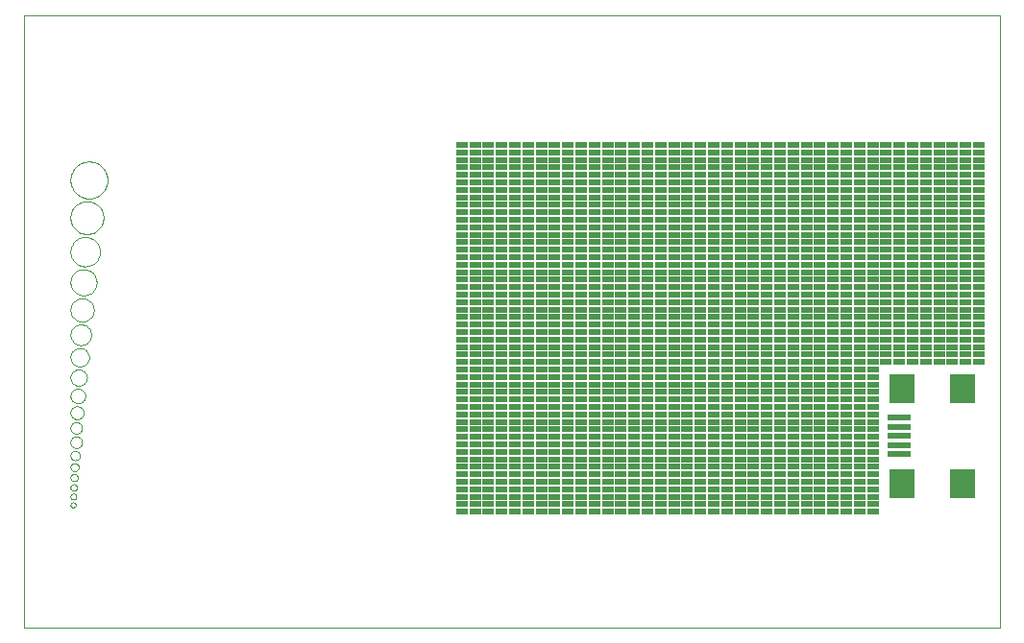
<source format=gbp>
G75*
%MOIN*%
%OFA0B0*%
%FSLAX24Y24*%
%IPPOS*%
%LPD*%
%AMOC8*
5,1,8,0,0,1.08239X$1,22.5*
%
%ADD10C,0.0000*%
%ADD11R,0.0866X0.0984*%
%ADD12R,0.0787X0.0197*%
%ADD13R,0.0400X0.0200*%
D10*
X000363Y000100D02*
X034223Y000100D01*
X034223Y021360D01*
X000363Y021360D01*
X000363Y000100D01*
X001963Y004365D02*
X001965Y004384D01*
X001971Y004402D01*
X001980Y004418D01*
X001993Y004432D01*
X002008Y004443D01*
X002025Y004451D01*
X002044Y004455D01*
X002062Y004455D01*
X002081Y004451D01*
X002098Y004443D01*
X002113Y004432D01*
X002126Y004418D01*
X002135Y004402D01*
X002141Y004384D01*
X002143Y004365D01*
X002141Y004346D01*
X002135Y004328D01*
X002126Y004312D01*
X002113Y004298D01*
X002098Y004287D01*
X002081Y004279D01*
X002062Y004275D01*
X002044Y004275D01*
X002025Y004279D01*
X002008Y004287D01*
X001993Y004298D01*
X001980Y004312D01*
X001971Y004328D01*
X001965Y004346D01*
X001963Y004365D01*
X001964Y004655D02*
X001966Y004675D01*
X001972Y004693D01*
X001981Y004711D01*
X001993Y004726D01*
X002008Y004738D01*
X002026Y004747D01*
X002044Y004753D01*
X002064Y004755D01*
X002084Y004753D01*
X002102Y004747D01*
X002120Y004738D01*
X002135Y004726D01*
X002147Y004711D01*
X002156Y004693D01*
X002162Y004675D01*
X002164Y004655D01*
X002162Y004635D01*
X002156Y004617D01*
X002147Y004599D01*
X002135Y004584D01*
X002120Y004572D01*
X002102Y004563D01*
X002084Y004557D01*
X002064Y004555D01*
X002044Y004557D01*
X002026Y004563D01*
X002008Y004572D01*
X001993Y004584D01*
X001981Y004599D01*
X001972Y004617D01*
X001966Y004635D01*
X001964Y004655D01*
X001963Y004970D02*
X001965Y004991D01*
X001971Y005012D01*
X001980Y005031D01*
X001993Y005047D01*
X002009Y005062D01*
X002027Y005073D01*
X002047Y005081D01*
X002067Y005085D01*
X002089Y005085D01*
X002109Y005081D01*
X002129Y005073D01*
X002147Y005062D01*
X002163Y005047D01*
X002176Y005031D01*
X002185Y005012D01*
X002191Y004991D01*
X002193Y004970D01*
X002191Y004949D01*
X002185Y004928D01*
X002176Y004909D01*
X002163Y004893D01*
X002147Y004878D01*
X002129Y004867D01*
X002109Y004859D01*
X002089Y004855D01*
X002067Y004855D01*
X002047Y004859D01*
X002027Y004867D01*
X002009Y004878D01*
X001993Y004893D01*
X001980Y004909D01*
X001971Y004928D01*
X001965Y004949D01*
X001963Y004970D01*
X001964Y005311D02*
X001966Y005333D01*
X001972Y005354D01*
X001981Y005373D01*
X001993Y005391D01*
X002009Y005407D01*
X002026Y005419D01*
X002046Y005428D01*
X002067Y005434D01*
X002089Y005436D01*
X002111Y005434D01*
X002132Y005428D01*
X002151Y005419D01*
X002169Y005407D01*
X002185Y005391D01*
X002197Y005373D01*
X002206Y005354D01*
X002212Y005333D01*
X002214Y005311D01*
X002212Y005289D01*
X002206Y005268D01*
X002197Y005249D01*
X002185Y005231D01*
X002169Y005215D01*
X002152Y005203D01*
X002132Y005194D01*
X002111Y005188D01*
X002089Y005186D01*
X002067Y005188D01*
X002046Y005194D01*
X002026Y005203D01*
X002009Y005215D01*
X001993Y005231D01*
X001981Y005248D01*
X001972Y005268D01*
X001966Y005289D01*
X001964Y005311D01*
X001964Y005677D02*
X001966Y005700D01*
X001972Y005722D01*
X001981Y005744D01*
X001994Y005763D01*
X002009Y005780D01*
X002027Y005794D01*
X002048Y005805D01*
X002070Y005813D01*
X002092Y005817D01*
X002116Y005817D01*
X002138Y005813D01*
X002160Y005805D01*
X002181Y005794D01*
X002199Y005780D01*
X002214Y005763D01*
X002227Y005744D01*
X002236Y005722D01*
X002242Y005700D01*
X002244Y005677D01*
X002242Y005654D01*
X002236Y005632D01*
X002227Y005610D01*
X002214Y005591D01*
X002199Y005574D01*
X002181Y005560D01*
X002160Y005549D01*
X002138Y005541D01*
X002116Y005537D01*
X002092Y005537D01*
X002070Y005541D01*
X002048Y005549D01*
X002027Y005560D01*
X002009Y005574D01*
X001994Y005591D01*
X001981Y005610D01*
X001972Y005632D01*
X001966Y005654D01*
X001964Y005677D01*
X001964Y006078D02*
X001966Y006103D01*
X001972Y006127D01*
X001981Y006151D01*
X001995Y006172D01*
X002011Y006191D01*
X002030Y006207D01*
X002051Y006221D01*
X002075Y006230D01*
X002099Y006236D01*
X002124Y006238D01*
X002149Y006236D01*
X002173Y006230D01*
X002197Y006221D01*
X002218Y006207D01*
X002237Y006191D01*
X002253Y006172D01*
X002267Y006151D01*
X002276Y006127D01*
X002282Y006103D01*
X002284Y006078D01*
X002282Y006053D01*
X002276Y006029D01*
X002267Y006005D01*
X002253Y005984D01*
X002237Y005965D01*
X002218Y005949D01*
X002197Y005935D01*
X002173Y005926D01*
X002149Y005920D01*
X002124Y005918D01*
X002099Y005920D01*
X002075Y005926D01*
X002051Y005935D01*
X002030Y005949D01*
X002011Y005965D01*
X001995Y005984D01*
X001981Y006005D01*
X001972Y006029D01*
X001966Y006053D01*
X001964Y006078D01*
X001963Y006539D02*
X001965Y006567D01*
X001971Y006594D01*
X001980Y006620D01*
X001993Y006645D01*
X002010Y006668D01*
X002029Y006688D01*
X002051Y006705D01*
X002075Y006719D01*
X002101Y006729D01*
X002128Y006736D01*
X002156Y006739D01*
X002184Y006738D01*
X002211Y006733D01*
X002238Y006724D01*
X002263Y006712D01*
X002286Y006697D01*
X002307Y006678D01*
X002325Y006657D01*
X002340Y006633D01*
X002351Y006607D01*
X002359Y006581D01*
X002363Y006553D01*
X002363Y006525D01*
X002359Y006497D01*
X002351Y006471D01*
X002340Y006445D01*
X002325Y006421D01*
X002307Y006400D01*
X002286Y006381D01*
X002263Y006366D01*
X002238Y006354D01*
X002211Y006345D01*
X002184Y006340D01*
X002156Y006339D01*
X002128Y006342D01*
X002101Y006349D01*
X002075Y006359D01*
X002051Y006373D01*
X002029Y006390D01*
X002010Y006410D01*
X001993Y006433D01*
X001980Y006458D01*
X001971Y006484D01*
X001965Y006511D01*
X001963Y006539D01*
X001964Y007039D02*
X001966Y007067D01*
X001972Y007094D01*
X001981Y007120D01*
X001994Y007145D01*
X002011Y007168D01*
X002030Y007188D01*
X002052Y007205D01*
X002076Y007219D01*
X002102Y007229D01*
X002129Y007236D01*
X002157Y007239D01*
X002185Y007238D01*
X002212Y007233D01*
X002239Y007224D01*
X002264Y007212D01*
X002287Y007197D01*
X002308Y007178D01*
X002326Y007157D01*
X002341Y007133D01*
X002352Y007107D01*
X002360Y007081D01*
X002364Y007053D01*
X002364Y007025D01*
X002360Y006997D01*
X002352Y006971D01*
X002341Y006945D01*
X002326Y006921D01*
X002308Y006900D01*
X002287Y006881D01*
X002264Y006866D01*
X002239Y006854D01*
X002212Y006845D01*
X002185Y006840D01*
X002157Y006839D01*
X002129Y006842D01*
X002102Y006849D01*
X002076Y006859D01*
X002052Y006873D01*
X002030Y006890D01*
X002011Y006910D01*
X001994Y006933D01*
X001981Y006958D01*
X001972Y006984D01*
X001966Y007011D01*
X001964Y007039D01*
X001964Y007566D02*
X001966Y007595D01*
X001972Y007624D01*
X001981Y007652D01*
X001994Y007679D01*
X002011Y007704D01*
X002030Y007726D01*
X002052Y007745D01*
X002077Y007762D01*
X002104Y007775D01*
X002132Y007784D01*
X002161Y007790D01*
X002190Y007792D01*
X002219Y007790D01*
X002248Y007784D01*
X002276Y007775D01*
X002303Y007762D01*
X002328Y007745D01*
X002350Y007726D01*
X002369Y007704D01*
X002386Y007679D01*
X002399Y007652D01*
X002408Y007624D01*
X002414Y007595D01*
X002416Y007566D01*
X002414Y007537D01*
X002408Y007508D01*
X002399Y007480D01*
X002386Y007453D01*
X002369Y007428D01*
X002350Y007406D01*
X002328Y007387D01*
X002303Y007370D01*
X002276Y007357D01*
X002248Y007348D01*
X002219Y007342D01*
X002190Y007340D01*
X002161Y007342D01*
X002132Y007348D01*
X002104Y007357D01*
X002077Y007370D01*
X002052Y007387D01*
X002030Y007406D01*
X002011Y007428D01*
X001994Y007453D01*
X001981Y007480D01*
X001972Y007508D01*
X001966Y007537D01*
X001964Y007566D01*
X001964Y008147D02*
X001966Y008178D01*
X001972Y008209D01*
X001981Y008239D01*
X001994Y008267D01*
X002011Y008294D01*
X002030Y008318D01*
X002053Y008340D01*
X002078Y008359D01*
X002105Y008374D01*
X002134Y008387D01*
X002164Y008395D01*
X002195Y008400D01*
X002226Y008401D01*
X002257Y008398D01*
X002288Y008391D01*
X002317Y008381D01*
X002345Y008367D01*
X002371Y008350D01*
X002395Y008329D01*
X002416Y008306D01*
X002434Y008281D01*
X002449Y008253D01*
X002460Y008224D01*
X002468Y008194D01*
X002472Y008163D01*
X002472Y008131D01*
X002468Y008100D01*
X002460Y008070D01*
X002449Y008041D01*
X002434Y008013D01*
X002416Y007988D01*
X002395Y007965D01*
X002371Y007944D01*
X002345Y007927D01*
X002317Y007913D01*
X002288Y007903D01*
X002257Y007896D01*
X002226Y007893D01*
X002195Y007894D01*
X002164Y007899D01*
X002134Y007907D01*
X002105Y007920D01*
X002078Y007935D01*
X002053Y007954D01*
X002030Y007976D01*
X002011Y008000D01*
X001994Y008027D01*
X001981Y008055D01*
X001972Y008085D01*
X001966Y008116D01*
X001964Y008147D01*
X001963Y008786D02*
X001965Y008819D01*
X001971Y008852D01*
X001980Y008883D01*
X001993Y008914D01*
X002010Y008943D01*
X002030Y008969D01*
X002052Y008993D01*
X002078Y009015D01*
X002105Y009033D01*
X002135Y009048D01*
X002166Y009059D01*
X002199Y009067D01*
X002231Y009071D01*
X002265Y009071D01*
X002297Y009067D01*
X002330Y009059D01*
X002361Y009048D01*
X002390Y009033D01*
X002418Y009015D01*
X002444Y008993D01*
X002466Y008969D01*
X002486Y008943D01*
X002503Y008914D01*
X002516Y008883D01*
X002525Y008852D01*
X002531Y008819D01*
X002533Y008786D01*
X002531Y008753D01*
X002525Y008720D01*
X002516Y008689D01*
X002503Y008658D01*
X002486Y008629D01*
X002466Y008603D01*
X002444Y008579D01*
X002418Y008557D01*
X002391Y008539D01*
X002361Y008524D01*
X002330Y008513D01*
X002297Y008505D01*
X002265Y008501D01*
X002231Y008501D01*
X002199Y008505D01*
X002166Y008513D01*
X002135Y008524D01*
X002105Y008539D01*
X002078Y008557D01*
X002052Y008579D01*
X002030Y008603D01*
X002010Y008629D01*
X001993Y008658D01*
X001980Y008689D01*
X001971Y008720D01*
X001965Y008753D01*
X001963Y008786D01*
X001964Y009492D02*
X001966Y009527D01*
X001972Y009562D01*
X001981Y009596D01*
X001995Y009629D01*
X002011Y009660D01*
X002031Y009689D01*
X002055Y009715D01*
X002081Y009739D01*
X002109Y009760D01*
X002140Y009778D01*
X002172Y009792D01*
X002205Y009802D01*
X002240Y009809D01*
X002275Y009812D01*
X002310Y009811D01*
X002345Y009806D01*
X002380Y009797D01*
X002413Y009785D01*
X002444Y009769D01*
X002474Y009750D01*
X002501Y009727D01*
X002525Y009702D01*
X002547Y009674D01*
X002565Y009644D01*
X002580Y009612D01*
X002592Y009579D01*
X002600Y009545D01*
X002604Y009510D01*
X002604Y009474D01*
X002600Y009439D01*
X002592Y009405D01*
X002580Y009372D01*
X002565Y009340D01*
X002547Y009310D01*
X002525Y009282D01*
X002501Y009257D01*
X002474Y009234D01*
X002444Y009215D01*
X002413Y009199D01*
X002380Y009187D01*
X002345Y009178D01*
X002310Y009173D01*
X002275Y009172D01*
X002240Y009175D01*
X002205Y009182D01*
X002172Y009192D01*
X002140Y009206D01*
X002109Y009224D01*
X002081Y009245D01*
X002055Y009269D01*
X002031Y009295D01*
X002011Y009324D01*
X001995Y009355D01*
X001981Y009388D01*
X001972Y009422D01*
X001966Y009457D01*
X001964Y009492D01*
X001964Y010273D02*
X001966Y010311D01*
X001972Y010348D01*
X001982Y010384D01*
X001995Y010419D01*
X002012Y010453D01*
X002033Y010485D01*
X002056Y010514D01*
X002083Y010541D01*
X002112Y010564D01*
X002144Y010585D01*
X002178Y010602D01*
X002213Y010615D01*
X002249Y010625D01*
X002286Y010631D01*
X002324Y010633D01*
X002362Y010631D01*
X002399Y010625D01*
X002435Y010615D01*
X002470Y010602D01*
X002504Y010585D01*
X002536Y010564D01*
X002565Y010541D01*
X002592Y010514D01*
X002615Y010485D01*
X002636Y010453D01*
X002653Y010419D01*
X002666Y010384D01*
X002676Y010348D01*
X002682Y010311D01*
X002684Y010273D01*
X002682Y010235D01*
X002676Y010198D01*
X002666Y010162D01*
X002653Y010127D01*
X002636Y010093D01*
X002615Y010061D01*
X002592Y010032D01*
X002565Y010005D01*
X002536Y009982D01*
X002504Y009961D01*
X002470Y009944D01*
X002435Y009931D01*
X002399Y009921D01*
X002362Y009915D01*
X002324Y009913D01*
X002286Y009915D01*
X002249Y009921D01*
X002213Y009931D01*
X002178Y009944D01*
X002144Y009961D01*
X002112Y009982D01*
X002083Y010005D01*
X002056Y010032D01*
X002033Y010061D01*
X002012Y010093D01*
X001995Y010127D01*
X001982Y010162D01*
X001972Y010198D01*
X001966Y010235D01*
X001964Y010273D01*
X001964Y011138D02*
X001966Y011178D01*
X001972Y011217D01*
X001981Y011255D01*
X001995Y011293D01*
X002012Y011328D01*
X002032Y011362D01*
X002056Y011394D01*
X002082Y011424D01*
X002112Y011450D01*
X002144Y011474D01*
X002178Y011494D01*
X002213Y011511D01*
X002251Y011525D01*
X002289Y011534D01*
X002328Y011540D01*
X002368Y011542D01*
X002408Y011540D01*
X002447Y011534D01*
X002485Y011525D01*
X002523Y011511D01*
X002558Y011494D01*
X002592Y011474D01*
X002624Y011450D01*
X002654Y011424D01*
X002680Y011394D01*
X002704Y011362D01*
X002724Y011328D01*
X002741Y011293D01*
X002755Y011255D01*
X002764Y011217D01*
X002770Y011178D01*
X002772Y011138D01*
X002770Y011098D01*
X002764Y011059D01*
X002755Y011021D01*
X002741Y010983D01*
X002724Y010948D01*
X002704Y010914D01*
X002680Y010882D01*
X002654Y010852D01*
X002624Y010826D01*
X002592Y010802D01*
X002558Y010782D01*
X002523Y010765D01*
X002485Y010751D01*
X002447Y010742D01*
X002408Y010736D01*
X002368Y010734D01*
X002328Y010736D01*
X002289Y010742D01*
X002251Y010751D01*
X002213Y010765D01*
X002178Y010782D01*
X002144Y010802D01*
X002112Y010826D01*
X002082Y010852D01*
X002056Y010882D01*
X002032Y010914D01*
X002012Y010948D01*
X001995Y010983D01*
X001981Y011021D01*
X001972Y011059D01*
X001966Y011098D01*
X001964Y011138D01*
X001962Y012096D02*
X001964Y012139D01*
X001970Y012181D01*
X001980Y012222D01*
X001994Y012262D01*
X002011Y012301D01*
X002032Y012338D01*
X002056Y012373D01*
X002084Y012406D01*
X002114Y012435D01*
X002147Y012462D01*
X002183Y012486D01*
X002220Y012506D01*
X002260Y012522D01*
X002300Y012535D01*
X002342Y012544D01*
X002384Y012549D01*
X002427Y012550D01*
X002469Y012547D01*
X002511Y012540D01*
X002552Y012529D01*
X002592Y012514D01*
X002631Y012496D01*
X002667Y012474D01*
X002701Y012449D01*
X002733Y012421D01*
X002762Y012390D01*
X002788Y012356D01*
X002811Y012320D01*
X002830Y012282D01*
X002846Y012242D01*
X002858Y012201D01*
X002866Y012160D01*
X002870Y012117D01*
X002870Y012075D01*
X002866Y012032D01*
X002858Y011991D01*
X002846Y011950D01*
X002830Y011910D01*
X002811Y011872D01*
X002788Y011836D01*
X002762Y011802D01*
X002733Y011771D01*
X002701Y011743D01*
X002667Y011718D01*
X002631Y011696D01*
X002592Y011678D01*
X002552Y011663D01*
X002511Y011652D01*
X002469Y011645D01*
X002427Y011642D01*
X002384Y011643D01*
X002342Y011648D01*
X002300Y011657D01*
X002260Y011670D01*
X002220Y011686D01*
X002183Y011706D01*
X002147Y011730D01*
X002114Y011757D01*
X002084Y011786D01*
X002056Y011819D01*
X002032Y011854D01*
X002011Y011891D01*
X001994Y011930D01*
X001980Y011970D01*
X001970Y012011D01*
X001964Y012053D01*
X001962Y012096D01*
X001963Y013160D02*
X001965Y013205D01*
X001971Y013250D01*
X001981Y013294D01*
X001995Y013337D01*
X002012Y013378D01*
X002033Y013418D01*
X002058Y013456D01*
X002086Y013492D01*
X002116Y013525D01*
X002150Y013555D01*
X002186Y013582D01*
X002225Y013605D01*
X002265Y013626D01*
X002307Y013642D01*
X002350Y013655D01*
X002394Y013664D01*
X002439Y013669D01*
X002484Y013670D01*
X002529Y013667D01*
X002574Y013660D01*
X002618Y013649D01*
X002660Y013634D01*
X002702Y013616D01*
X002741Y013594D01*
X002778Y013569D01*
X002813Y013540D01*
X002845Y013508D01*
X002875Y013474D01*
X002901Y013437D01*
X002924Y013399D01*
X002943Y013358D01*
X002959Y013315D01*
X002971Y013272D01*
X002979Y013228D01*
X002983Y013183D01*
X002983Y013137D01*
X002979Y013092D01*
X002971Y013048D01*
X002959Y013005D01*
X002943Y012962D01*
X002924Y012921D01*
X002901Y012883D01*
X002875Y012846D01*
X002845Y012812D01*
X002813Y012780D01*
X002778Y012751D01*
X002741Y012726D01*
X002702Y012704D01*
X002660Y012686D01*
X002618Y012671D01*
X002574Y012660D01*
X002529Y012653D01*
X002484Y012650D01*
X002439Y012651D01*
X002394Y012656D01*
X002350Y012665D01*
X002307Y012678D01*
X002265Y012694D01*
X002225Y012715D01*
X002186Y012738D01*
X002150Y012765D01*
X002116Y012795D01*
X002086Y012828D01*
X002058Y012864D01*
X002033Y012902D01*
X002012Y012942D01*
X001995Y012983D01*
X001981Y013026D01*
X001971Y013070D01*
X001965Y013115D01*
X001963Y013160D01*
X001963Y014340D02*
X001965Y014387D01*
X001971Y014434D01*
X001980Y014480D01*
X001994Y014525D01*
X002011Y014569D01*
X002032Y014611D01*
X002056Y014652D01*
X002083Y014690D01*
X002114Y014726D01*
X002147Y014759D01*
X002183Y014790D01*
X002221Y014817D01*
X002262Y014841D01*
X002304Y014862D01*
X002348Y014879D01*
X002393Y014893D01*
X002439Y014902D01*
X002486Y014908D01*
X002533Y014910D01*
X002580Y014908D01*
X002627Y014902D01*
X002673Y014893D01*
X002718Y014879D01*
X002762Y014862D01*
X002804Y014841D01*
X002845Y014817D01*
X002883Y014790D01*
X002919Y014759D01*
X002952Y014726D01*
X002983Y014690D01*
X003010Y014652D01*
X003034Y014611D01*
X003055Y014569D01*
X003072Y014525D01*
X003086Y014480D01*
X003095Y014434D01*
X003101Y014387D01*
X003103Y014340D01*
X003101Y014293D01*
X003095Y014246D01*
X003086Y014200D01*
X003072Y014155D01*
X003055Y014111D01*
X003034Y014069D01*
X003010Y014028D01*
X002983Y013990D01*
X002952Y013954D01*
X002919Y013921D01*
X002883Y013890D01*
X002845Y013863D01*
X002804Y013839D01*
X002762Y013818D01*
X002718Y013801D01*
X002673Y013787D01*
X002627Y013778D01*
X002580Y013772D01*
X002533Y013770D01*
X002486Y013772D01*
X002439Y013778D01*
X002393Y013787D01*
X002348Y013801D01*
X002304Y013818D01*
X002262Y013839D01*
X002221Y013863D01*
X002183Y013890D01*
X002147Y013921D01*
X002114Y013954D01*
X002083Y013990D01*
X002056Y014028D01*
X002032Y014069D01*
X002011Y014111D01*
X001994Y014155D01*
X001980Y014200D01*
X001971Y014246D01*
X001965Y014293D01*
X001963Y014340D01*
X001963Y015650D02*
X001965Y015700D01*
X001971Y015750D01*
X001981Y015799D01*
X001994Y015848D01*
X002012Y015895D01*
X002033Y015941D01*
X002057Y015984D01*
X002085Y016026D01*
X002116Y016066D01*
X002150Y016103D01*
X002187Y016137D01*
X002227Y016168D01*
X002269Y016196D01*
X002312Y016220D01*
X002358Y016241D01*
X002405Y016259D01*
X002454Y016272D01*
X002503Y016282D01*
X002553Y016288D01*
X002603Y016290D01*
X002653Y016288D01*
X002703Y016282D01*
X002752Y016272D01*
X002801Y016259D01*
X002848Y016241D01*
X002894Y016220D01*
X002937Y016196D01*
X002979Y016168D01*
X003019Y016137D01*
X003056Y016103D01*
X003090Y016066D01*
X003121Y016026D01*
X003149Y015984D01*
X003173Y015941D01*
X003194Y015895D01*
X003212Y015848D01*
X003225Y015799D01*
X003235Y015750D01*
X003241Y015700D01*
X003243Y015650D01*
X003241Y015600D01*
X003235Y015550D01*
X003225Y015501D01*
X003212Y015452D01*
X003194Y015405D01*
X003173Y015359D01*
X003149Y015316D01*
X003121Y015274D01*
X003090Y015234D01*
X003056Y015197D01*
X003019Y015163D01*
X002979Y015132D01*
X002937Y015104D01*
X002894Y015080D01*
X002848Y015059D01*
X002801Y015041D01*
X002752Y015028D01*
X002703Y015018D01*
X002653Y015012D01*
X002603Y015010D01*
X002553Y015012D01*
X002503Y015018D01*
X002454Y015028D01*
X002405Y015041D01*
X002358Y015059D01*
X002312Y015080D01*
X002269Y015104D01*
X002227Y015132D01*
X002187Y015163D01*
X002150Y015197D01*
X002116Y015234D01*
X002085Y015274D01*
X002057Y015316D01*
X002033Y015359D01*
X002012Y015405D01*
X001994Y015452D01*
X001981Y015501D01*
X001971Y015550D01*
X001965Y015600D01*
X001963Y015650D01*
D11*
X030828Y008415D03*
X032915Y008415D03*
X032915Y005108D03*
X030828Y005108D03*
D12*
X030730Y006132D03*
X030730Y006447D03*
X030730Y006762D03*
X030730Y007077D03*
X030730Y007392D03*
D13*
X029803Y007510D03*
X029803Y007250D03*
X029803Y006990D03*
X029803Y006730D03*
X029803Y006470D03*
X029803Y006210D03*
X029803Y005950D03*
X029803Y005690D03*
X029803Y005430D03*
X029803Y005170D03*
X029803Y004910D03*
X029803Y004650D03*
X029803Y004390D03*
X029803Y004130D03*
X029343Y004130D03*
X029343Y004390D03*
X029343Y004650D03*
X029343Y004910D03*
X028883Y004910D03*
X028883Y004910D03*
X028883Y004650D03*
X028883Y004650D03*
X028883Y004390D03*
X028883Y004390D03*
X028883Y004130D03*
X028883Y004130D03*
X028423Y004130D03*
X028423Y004130D03*
X028423Y004390D03*
X028423Y004390D03*
X028423Y004650D03*
X028423Y004650D03*
X028423Y004910D03*
X028423Y004910D03*
X028423Y005170D03*
X028423Y005170D03*
X028423Y005430D03*
X028423Y005430D03*
X028423Y005690D03*
X028423Y005690D03*
X028423Y005950D03*
X028423Y005950D03*
X028423Y006210D03*
X028423Y006210D03*
X028883Y006210D03*
X028883Y006210D03*
X028883Y005950D03*
X028883Y005950D03*
X028883Y005690D03*
X028883Y005690D03*
X028883Y005430D03*
X028883Y005430D03*
X028883Y005170D03*
X028883Y005170D03*
X029343Y005170D03*
X029343Y005430D03*
X029343Y005690D03*
X029343Y005950D03*
X029343Y006210D03*
X029343Y006470D03*
X029343Y006730D03*
X029343Y006990D03*
X029343Y007250D03*
X029343Y007510D03*
X028883Y007510D03*
X028883Y007510D03*
X028883Y007250D03*
X028883Y007250D03*
X028883Y006990D03*
X028883Y006990D03*
X028883Y006730D03*
X028883Y006730D03*
X028883Y006470D03*
X028883Y006470D03*
X028423Y006470D03*
X028423Y006470D03*
X028423Y006730D03*
X028423Y006730D03*
X028423Y006990D03*
X028423Y006990D03*
X028423Y007250D03*
X028423Y007250D03*
X028423Y007510D03*
X028423Y007510D03*
X028423Y007770D03*
X028423Y007770D03*
X028423Y008030D03*
X028423Y008030D03*
X028423Y008290D03*
X028423Y008290D03*
X028423Y008550D03*
X028423Y008550D03*
X028883Y008550D03*
X028883Y008550D03*
X028883Y008290D03*
X028883Y008290D03*
X028883Y008030D03*
X028883Y008030D03*
X028883Y007770D03*
X028883Y007770D03*
X029343Y007770D03*
X029343Y008030D03*
X029343Y008290D03*
X029343Y008550D03*
X029343Y008810D03*
X029343Y009070D03*
X029343Y009330D03*
X029343Y009590D03*
X029343Y009850D03*
X028883Y009850D03*
X028883Y009590D03*
X028883Y009330D03*
X028883Y009070D03*
X028883Y009070D03*
X028883Y008810D03*
X028883Y008810D03*
X028423Y008810D03*
X028423Y008810D03*
X028423Y009070D03*
X028423Y009070D03*
X028423Y009330D03*
X028423Y009590D03*
X028423Y009850D03*
X028423Y010110D03*
X028423Y010370D03*
X028423Y010630D03*
X028423Y010890D03*
X028423Y011150D03*
X028883Y011150D03*
X028883Y010890D03*
X028883Y010630D03*
X028883Y010370D03*
X028883Y010110D03*
X029343Y010110D03*
X029343Y010370D03*
X029343Y010630D03*
X029343Y010890D03*
X029343Y011150D03*
X029343Y011410D03*
X029343Y011670D03*
X029343Y011930D03*
X029343Y012190D03*
X028883Y012190D03*
X028883Y011930D03*
X028883Y011670D03*
X028883Y011410D03*
X028423Y011410D03*
X028423Y011670D03*
X028423Y011930D03*
X028423Y012190D03*
X028423Y012450D03*
X028423Y012710D03*
X028423Y012970D03*
X028423Y013230D03*
X028423Y013490D03*
X028883Y013490D03*
X028883Y013230D03*
X028883Y012970D03*
X028883Y012710D03*
X028883Y012450D03*
X029343Y012450D03*
X029343Y012710D03*
X029343Y012970D03*
X029343Y013230D03*
X029343Y013490D03*
X029343Y013750D03*
X029343Y014010D03*
X029343Y014270D03*
X029343Y014530D03*
X029343Y014790D03*
X028883Y014790D03*
X028883Y014530D03*
X028883Y014270D03*
X028883Y014010D03*
X028883Y013750D03*
X028423Y013750D03*
X028423Y014010D03*
X028423Y014270D03*
X028423Y014530D03*
X028423Y014790D03*
X028423Y015050D03*
X028423Y015310D03*
X028423Y015570D03*
X028423Y015830D03*
X028423Y016090D03*
X028883Y016090D03*
X028883Y015830D03*
X028883Y015570D03*
X028883Y015310D03*
X028883Y015050D03*
X029343Y015050D03*
X029343Y015310D03*
X029343Y015570D03*
X029343Y015830D03*
X029343Y016090D03*
X029343Y016350D03*
X029343Y016610D03*
X029343Y016870D03*
X028883Y016870D03*
X028883Y016610D03*
X028883Y016350D03*
X028423Y016350D03*
X028423Y016610D03*
X028423Y016870D03*
X027963Y016870D03*
X027963Y016610D03*
X027963Y016350D03*
X027503Y016350D03*
X027503Y016610D03*
X027503Y016870D03*
X027043Y016870D03*
X027043Y016610D03*
X027043Y016350D03*
X027043Y016090D03*
X027043Y015830D03*
X027043Y015570D03*
X027043Y015310D03*
X027043Y015050D03*
X027503Y015050D03*
X027503Y015310D03*
X027503Y015570D03*
X027503Y015830D03*
X027503Y016090D03*
X027963Y016090D03*
X027963Y015830D03*
X027963Y015570D03*
X027963Y015310D03*
X027963Y015050D03*
X027963Y014790D03*
X027963Y014530D03*
X027963Y014270D03*
X027963Y014010D03*
X027963Y013750D03*
X027503Y013750D03*
X027503Y014010D03*
X027503Y014270D03*
X027503Y014530D03*
X027503Y014790D03*
X027043Y014790D03*
X027043Y014530D03*
X027043Y014270D03*
X027043Y014010D03*
X027043Y013750D03*
X027043Y013490D03*
X027043Y013230D03*
X027043Y012970D03*
X027043Y012710D03*
X027043Y012450D03*
X027503Y012450D03*
X027503Y012710D03*
X027503Y012970D03*
X027503Y013230D03*
X027503Y013490D03*
X027963Y013490D03*
X027963Y013230D03*
X027963Y012970D03*
X027963Y012710D03*
X027963Y012450D03*
X027963Y012190D03*
X027963Y011930D03*
X027963Y011670D03*
X027963Y011410D03*
X027503Y011410D03*
X027503Y011670D03*
X027503Y011930D03*
X027503Y012190D03*
X027043Y012190D03*
X027043Y011930D03*
X027043Y011670D03*
X027043Y011410D03*
X027043Y011150D03*
X027043Y010890D03*
X027043Y010630D03*
X027043Y010370D03*
X027043Y010110D03*
X027503Y010110D03*
X027503Y010370D03*
X027503Y010630D03*
X027503Y010890D03*
X027503Y011150D03*
X027963Y011150D03*
X027963Y010890D03*
X027963Y010630D03*
X027963Y010370D03*
X027963Y010110D03*
X027963Y009850D03*
X027963Y009590D03*
X027963Y009330D03*
X027963Y009070D03*
X027963Y009070D03*
X027963Y008810D03*
X027963Y008810D03*
X027503Y008810D03*
X027503Y008810D03*
X027503Y009070D03*
X027503Y009070D03*
X027503Y009330D03*
X027503Y009590D03*
X027503Y009850D03*
X027043Y009850D03*
X027043Y009590D03*
X027043Y009330D03*
X027043Y009070D03*
X027043Y009070D03*
X027043Y008810D03*
X027043Y008810D03*
X027043Y008550D03*
X027043Y008550D03*
X027043Y008290D03*
X027043Y008290D03*
X027043Y008030D03*
X027043Y008030D03*
X027043Y007770D03*
X027043Y007770D03*
X027503Y007770D03*
X027503Y007770D03*
X027503Y008030D03*
X027503Y008030D03*
X027503Y008290D03*
X027503Y008290D03*
X027503Y008550D03*
X027503Y008550D03*
X027963Y008550D03*
X027963Y008550D03*
X027963Y008290D03*
X027963Y008290D03*
X027963Y008030D03*
X027963Y008030D03*
X027963Y007770D03*
X027963Y007770D03*
X027963Y007510D03*
X027963Y007510D03*
X027963Y007250D03*
X027963Y007250D03*
X027963Y006990D03*
X027963Y006990D03*
X027963Y006730D03*
X027963Y006730D03*
X027963Y006470D03*
X027963Y006470D03*
X027503Y006470D03*
X027503Y006470D03*
X027503Y006730D03*
X027503Y006730D03*
X027503Y006990D03*
X027503Y006990D03*
X027503Y007250D03*
X027503Y007250D03*
X027503Y007510D03*
X027503Y007510D03*
X027043Y007510D03*
X027043Y007510D03*
X027043Y007250D03*
X027043Y007250D03*
X027043Y006990D03*
X027043Y006990D03*
X027043Y006730D03*
X027043Y006730D03*
X027043Y006470D03*
X027043Y006470D03*
X027043Y006210D03*
X027043Y006210D03*
X027043Y005950D03*
X027043Y005950D03*
X027043Y005690D03*
X027043Y005690D03*
X027043Y005430D03*
X027043Y005430D03*
X027043Y005170D03*
X027043Y005170D03*
X027503Y005170D03*
X027503Y005170D03*
X027503Y005430D03*
X027503Y005430D03*
X027503Y005690D03*
X027503Y005690D03*
X027503Y005950D03*
X027503Y005950D03*
X027503Y006210D03*
X027503Y006210D03*
X027963Y006210D03*
X027963Y006210D03*
X027963Y005950D03*
X027963Y005950D03*
X027963Y005690D03*
X027963Y005690D03*
X027963Y005430D03*
X027963Y005430D03*
X027963Y005170D03*
X027963Y005170D03*
X027963Y004910D03*
X027963Y004910D03*
X027963Y004650D03*
X027963Y004650D03*
X027963Y004390D03*
X027963Y004390D03*
X027963Y004130D03*
X027963Y004130D03*
X027503Y004130D03*
X027503Y004130D03*
X027503Y004390D03*
X027503Y004390D03*
X027503Y004650D03*
X027503Y004650D03*
X027503Y004910D03*
X027503Y004910D03*
X027043Y004910D03*
X027043Y004910D03*
X027043Y004650D03*
X027043Y004650D03*
X027043Y004390D03*
X027043Y004390D03*
X027043Y004130D03*
X027043Y004130D03*
X026583Y004130D03*
X026583Y004130D03*
X026583Y004390D03*
X026583Y004390D03*
X026583Y004650D03*
X026583Y004650D03*
X026583Y004910D03*
X026583Y004910D03*
X026123Y004910D03*
X026123Y004910D03*
X026123Y004650D03*
X026123Y004650D03*
X026123Y004390D03*
X026123Y004390D03*
X026123Y004130D03*
X026123Y004130D03*
X025663Y004130D03*
X025663Y004130D03*
X025663Y004390D03*
X025663Y004390D03*
X025663Y004650D03*
X025663Y004650D03*
X025663Y004910D03*
X025663Y004910D03*
X025663Y005170D03*
X025663Y005170D03*
X025663Y005430D03*
X025663Y005430D03*
X025663Y005690D03*
X025663Y005690D03*
X025663Y005950D03*
X025663Y005950D03*
X025663Y006210D03*
X025663Y006210D03*
X026123Y006210D03*
X026123Y006210D03*
X026123Y005950D03*
X026123Y005950D03*
X026123Y005690D03*
X026123Y005690D03*
X026123Y005430D03*
X026123Y005430D03*
X026123Y005170D03*
X026123Y005170D03*
X026583Y005170D03*
X026583Y005170D03*
X026583Y005430D03*
X026583Y005430D03*
X026583Y005690D03*
X026583Y005690D03*
X026583Y005950D03*
X026583Y005950D03*
X026583Y006210D03*
X026583Y006210D03*
X026583Y006470D03*
X026583Y006470D03*
X026583Y006730D03*
X026583Y006730D03*
X026583Y006990D03*
X026583Y006990D03*
X026583Y007250D03*
X026583Y007250D03*
X026583Y007510D03*
X026583Y007510D03*
X026123Y007510D03*
X026123Y007510D03*
X026123Y007250D03*
X026123Y007250D03*
X026123Y006990D03*
X026123Y006990D03*
X026123Y006730D03*
X026123Y006730D03*
X026123Y006470D03*
X026123Y006470D03*
X025663Y006470D03*
X025663Y006470D03*
X025663Y006730D03*
X025663Y006730D03*
X025663Y006990D03*
X025663Y006990D03*
X025663Y007250D03*
X025663Y007250D03*
X025663Y007510D03*
X025663Y007510D03*
X025663Y007770D03*
X025663Y007770D03*
X025663Y008030D03*
X025663Y008030D03*
X025663Y008290D03*
X025663Y008290D03*
X025663Y008550D03*
X025663Y008550D03*
X026123Y008550D03*
X026123Y008550D03*
X026123Y008290D03*
X026123Y008290D03*
X026123Y008030D03*
X026123Y008030D03*
X026123Y007770D03*
X026123Y007770D03*
X026583Y007770D03*
X026583Y007770D03*
X026583Y008030D03*
X026583Y008030D03*
X026583Y008290D03*
X026583Y008290D03*
X026583Y008550D03*
X026583Y008550D03*
X026583Y008810D03*
X026583Y008810D03*
X026583Y009070D03*
X026583Y009070D03*
X026583Y009330D03*
X026583Y009590D03*
X026583Y009850D03*
X026123Y009850D03*
X026123Y009590D03*
X026123Y009330D03*
X026123Y009070D03*
X026123Y009070D03*
X026123Y008810D03*
X026123Y008810D03*
X025663Y008810D03*
X025663Y008810D03*
X025663Y009070D03*
X025663Y009070D03*
X025663Y009330D03*
X025663Y009590D03*
X025663Y009850D03*
X025663Y010110D03*
X025663Y010370D03*
X025663Y010630D03*
X025663Y010890D03*
X025663Y011150D03*
X026123Y011150D03*
X026123Y010890D03*
X026123Y010630D03*
X026123Y010370D03*
X026123Y010110D03*
X026583Y010110D03*
X026583Y010370D03*
X026583Y010630D03*
X026583Y010890D03*
X026583Y011150D03*
X026583Y011410D03*
X026583Y011670D03*
X026583Y011930D03*
X026583Y012190D03*
X026123Y012190D03*
X026123Y011930D03*
X026123Y011670D03*
X026123Y011410D03*
X025663Y011410D03*
X025663Y011670D03*
X025663Y011930D03*
X025663Y012190D03*
X025663Y012450D03*
X025663Y012710D03*
X025663Y012970D03*
X025663Y013230D03*
X025663Y013490D03*
X026123Y013490D03*
X026123Y013230D03*
X026123Y012970D03*
X026123Y012710D03*
X026123Y012450D03*
X026583Y012450D03*
X026583Y012710D03*
X026583Y012970D03*
X026583Y013230D03*
X026583Y013490D03*
X026583Y013750D03*
X026583Y014010D03*
X026583Y014270D03*
X026583Y014530D03*
X026583Y014790D03*
X026123Y014790D03*
X026123Y014530D03*
X026123Y014270D03*
X026123Y014010D03*
X026123Y013750D03*
X025663Y013750D03*
X025663Y014010D03*
X025663Y014270D03*
X025663Y014530D03*
X025663Y014790D03*
X025663Y015050D03*
X025663Y015310D03*
X025663Y015570D03*
X025663Y015830D03*
X025663Y016090D03*
X026123Y016090D03*
X026123Y015830D03*
X026123Y015570D03*
X026123Y015310D03*
X026123Y015050D03*
X026583Y015050D03*
X026583Y015310D03*
X026583Y015570D03*
X026583Y015830D03*
X026583Y016090D03*
X026583Y016350D03*
X026583Y016610D03*
X026583Y016870D03*
X026123Y016870D03*
X026123Y016610D03*
X026123Y016350D03*
X025663Y016350D03*
X025663Y016610D03*
X025663Y016870D03*
X025203Y016870D03*
X025203Y016610D03*
X025203Y016350D03*
X024743Y016350D03*
X024743Y016610D03*
X024743Y016870D03*
X024283Y016870D03*
X024283Y016610D03*
X024283Y016350D03*
X024283Y016090D03*
X024283Y015830D03*
X024283Y015570D03*
X024283Y015310D03*
X024283Y015050D03*
X024743Y015050D03*
X024743Y015310D03*
X024743Y015570D03*
X024743Y015830D03*
X024743Y016090D03*
X025203Y016090D03*
X025203Y015830D03*
X025203Y015570D03*
X025203Y015310D03*
X025203Y015050D03*
X025203Y014790D03*
X025203Y014530D03*
X025203Y014270D03*
X025203Y014010D03*
X025203Y013750D03*
X024743Y013750D03*
X024743Y014010D03*
X024743Y014270D03*
X024743Y014530D03*
X024743Y014790D03*
X024283Y014790D03*
X024283Y014530D03*
X024283Y014270D03*
X024283Y014010D03*
X024283Y013750D03*
X024283Y013490D03*
X024283Y013230D03*
X024283Y012970D03*
X024283Y012710D03*
X024283Y012450D03*
X024743Y012450D03*
X024743Y012710D03*
X024743Y012970D03*
X024743Y013230D03*
X024743Y013490D03*
X025203Y013490D03*
X025203Y013230D03*
X025203Y012970D03*
X025203Y012710D03*
X025203Y012450D03*
X025203Y012190D03*
X025203Y011930D03*
X025203Y011670D03*
X025203Y011410D03*
X024743Y011410D03*
X024743Y011670D03*
X024743Y011930D03*
X024743Y012190D03*
X024283Y012190D03*
X024283Y011930D03*
X024283Y011670D03*
X024283Y011410D03*
X024283Y011150D03*
X024283Y010890D03*
X024283Y010630D03*
X024283Y010370D03*
X024283Y010110D03*
X024743Y010110D03*
X024743Y010370D03*
X024743Y010630D03*
X024743Y010890D03*
X024743Y011150D03*
X025203Y011150D03*
X025203Y010890D03*
X025203Y010630D03*
X025203Y010370D03*
X025203Y010110D03*
X025203Y009850D03*
X025203Y009590D03*
X025203Y009330D03*
X025203Y009070D03*
X025203Y008810D03*
X024743Y008810D03*
X024743Y009070D03*
X024743Y009330D03*
X024743Y009590D03*
X024743Y009850D03*
X024283Y009850D03*
X024283Y009590D03*
X024283Y009330D03*
X024283Y009070D03*
X024283Y008810D03*
X024283Y008550D03*
X024283Y008290D03*
X024283Y008030D03*
X024283Y007770D03*
X024743Y007770D03*
X024743Y008030D03*
X024743Y008290D03*
X024743Y008550D03*
X025203Y008550D03*
X025203Y008290D03*
X025203Y008030D03*
X025203Y007770D03*
X025203Y007510D03*
X025203Y007250D03*
X025203Y006990D03*
X025203Y006730D03*
X025203Y006470D03*
X024743Y006470D03*
X024743Y006730D03*
X024743Y006990D03*
X024743Y007250D03*
X024743Y007510D03*
X024283Y007510D03*
X024283Y007250D03*
X024283Y006990D03*
X024283Y006730D03*
X024283Y006470D03*
X024283Y006210D03*
X024283Y005950D03*
X024283Y005690D03*
X024283Y005430D03*
X024283Y005170D03*
X024743Y005170D03*
X024743Y005430D03*
X024743Y005690D03*
X024743Y005950D03*
X024743Y006210D03*
X025203Y006210D03*
X025203Y005950D03*
X025203Y005690D03*
X025203Y005430D03*
X025203Y005170D03*
X025203Y004910D03*
X025203Y004650D03*
X025203Y004390D03*
X025203Y004130D03*
X024743Y004130D03*
X024743Y004390D03*
X024743Y004650D03*
X024743Y004910D03*
X024283Y004910D03*
X024283Y004650D03*
X024283Y004390D03*
X024283Y004130D03*
X023823Y004130D03*
X023823Y004390D03*
X023823Y004650D03*
X023823Y004910D03*
X023363Y004910D03*
X023363Y004650D03*
X023363Y004390D03*
X023363Y004130D03*
X022903Y004130D03*
X022903Y004390D03*
X022903Y004650D03*
X022903Y004910D03*
X022903Y005170D03*
X022903Y005430D03*
X022903Y005690D03*
X022903Y005950D03*
X022903Y006210D03*
X023363Y006210D03*
X023363Y005950D03*
X023363Y005690D03*
X023363Y005430D03*
X023363Y005170D03*
X023823Y005170D03*
X023823Y005430D03*
X023823Y005690D03*
X023823Y005950D03*
X023823Y006210D03*
X023823Y006470D03*
X023823Y006730D03*
X023823Y006990D03*
X023823Y007250D03*
X023823Y007510D03*
X023363Y007510D03*
X023363Y007250D03*
X023363Y006990D03*
X023363Y006730D03*
X023363Y006470D03*
X022903Y006470D03*
X022903Y006730D03*
X022903Y006990D03*
X022903Y007250D03*
X022903Y007510D03*
X022903Y007770D03*
X022903Y008030D03*
X022903Y008290D03*
X022903Y008550D03*
X023363Y008550D03*
X023363Y008290D03*
X023363Y008030D03*
X023363Y007770D03*
X023823Y007770D03*
X023823Y008030D03*
X023823Y008290D03*
X023823Y008550D03*
X023823Y008810D03*
X023823Y009070D03*
X023823Y009330D03*
X023823Y009590D03*
X023823Y009850D03*
X023363Y009850D03*
X023363Y009590D03*
X023363Y009330D03*
X023363Y009070D03*
X023363Y008810D03*
X022903Y008810D03*
X022903Y009070D03*
X022903Y009330D03*
X022903Y009590D03*
X022903Y009850D03*
X022903Y010110D03*
X022903Y010370D03*
X022903Y010630D03*
X022903Y010890D03*
X022903Y011150D03*
X023363Y011150D03*
X023363Y010890D03*
X023363Y010630D03*
X023363Y010370D03*
X023363Y010110D03*
X023823Y010110D03*
X023823Y010370D03*
X023823Y010630D03*
X023823Y010890D03*
X023823Y011150D03*
X023823Y011410D03*
X023823Y011670D03*
X023823Y011930D03*
X023823Y012190D03*
X023363Y012190D03*
X023363Y011930D03*
X023363Y011670D03*
X023363Y011410D03*
X022903Y011410D03*
X022903Y011670D03*
X022903Y011930D03*
X022903Y012190D03*
X022903Y012450D03*
X022903Y012710D03*
X022903Y012970D03*
X022903Y013230D03*
X022903Y013490D03*
X023363Y013490D03*
X023363Y013230D03*
X023363Y012970D03*
X023363Y012710D03*
X023363Y012450D03*
X023823Y012450D03*
X023823Y012710D03*
X023823Y012970D03*
X023823Y013230D03*
X023823Y013490D03*
X023823Y013750D03*
X023823Y014010D03*
X023823Y014270D03*
X023823Y014530D03*
X023823Y014790D03*
X023363Y014790D03*
X023363Y014530D03*
X023363Y014270D03*
X023363Y014010D03*
X023363Y013750D03*
X022903Y013750D03*
X022903Y014010D03*
X022903Y014270D03*
X022903Y014530D03*
X022903Y014790D03*
X022903Y015050D03*
X022903Y015310D03*
X022903Y015570D03*
X022903Y015830D03*
X022903Y016090D03*
X023363Y016090D03*
X023363Y015830D03*
X023363Y015570D03*
X023363Y015310D03*
X023363Y015050D03*
X023823Y015050D03*
X023823Y015310D03*
X023823Y015570D03*
X023823Y015830D03*
X023823Y016090D03*
X023823Y016350D03*
X023823Y016610D03*
X023823Y016870D03*
X023363Y016870D03*
X023363Y016610D03*
X023363Y016350D03*
X022903Y016350D03*
X022903Y016610D03*
X022903Y016870D03*
X022443Y016870D03*
X022443Y016610D03*
X022443Y016350D03*
X021983Y016350D03*
X021983Y016610D03*
X021983Y016870D03*
X021523Y016870D03*
X021523Y016610D03*
X021523Y016350D03*
X021523Y016090D03*
X021523Y015830D03*
X021523Y015570D03*
X021523Y015310D03*
X021523Y015050D03*
X021983Y015050D03*
X021983Y015310D03*
X021983Y015570D03*
X021983Y015830D03*
X021983Y016090D03*
X022443Y016090D03*
X022443Y015830D03*
X022443Y015570D03*
X022443Y015310D03*
X022443Y015050D03*
X022443Y014790D03*
X022443Y014530D03*
X022443Y014270D03*
X022443Y014010D03*
X022443Y013750D03*
X021983Y013750D03*
X021983Y014010D03*
X021983Y014270D03*
X021983Y014530D03*
X021983Y014790D03*
X021523Y014790D03*
X021523Y014530D03*
X021523Y014270D03*
X021523Y014010D03*
X021523Y013750D03*
X021523Y013490D03*
X021523Y013230D03*
X021523Y012970D03*
X021523Y012710D03*
X021523Y012450D03*
X021983Y012450D03*
X021983Y012710D03*
X021983Y012970D03*
X021983Y013230D03*
X021983Y013490D03*
X022443Y013490D03*
X022443Y013230D03*
X022443Y012970D03*
X022443Y012710D03*
X022443Y012450D03*
X022443Y012190D03*
X022443Y011930D03*
X022443Y011670D03*
X022443Y011410D03*
X021983Y011410D03*
X021983Y011670D03*
X021983Y011930D03*
X021983Y012190D03*
X021523Y012190D03*
X021523Y011930D03*
X021523Y011670D03*
X021523Y011410D03*
X021523Y011150D03*
X021523Y010890D03*
X021523Y010630D03*
X021523Y010370D03*
X021523Y010110D03*
X021983Y010110D03*
X021983Y010370D03*
X021983Y010630D03*
X021983Y010890D03*
X021983Y011150D03*
X022443Y011150D03*
X022443Y010890D03*
X022443Y010630D03*
X022443Y010370D03*
X022443Y010110D03*
X022443Y009850D03*
X022443Y009590D03*
X022443Y009330D03*
X022443Y009070D03*
X022443Y008810D03*
X021983Y008810D03*
X021983Y009070D03*
X021983Y009330D03*
X021983Y009590D03*
X021983Y009850D03*
X021523Y009850D03*
X021523Y009590D03*
X021523Y009330D03*
X021523Y009070D03*
X021523Y008810D03*
X021523Y008550D03*
X021523Y008290D03*
X021523Y008030D03*
X021523Y007770D03*
X021983Y007770D03*
X021983Y008030D03*
X021983Y008290D03*
X021983Y008550D03*
X022443Y008550D03*
X022443Y008290D03*
X022443Y008030D03*
X022443Y007770D03*
X022443Y007510D03*
X022443Y007250D03*
X022443Y006990D03*
X022443Y006730D03*
X022443Y006470D03*
X021983Y006470D03*
X021983Y006730D03*
X021983Y006990D03*
X021983Y007250D03*
X021983Y007510D03*
X021523Y007510D03*
X021523Y007250D03*
X021523Y006990D03*
X021523Y006730D03*
X021523Y006470D03*
X021523Y006210D03*
X021523Y005950D03*
X021523Y005690D03*
X021523Y005430D03*
X021523Y005170D03*
X021983Y005170D03*
X021983Y005430D03*
X021983Y005690D03*
X021983Y005950D03*
X021983Y006210D03*
X022443Y006210D03*
X022443Y005950D03*
X022443Y005690D03*
X022443Y005430D03*
X022443Y005170D03*
X022443Y004910D03*
X022443Y004650D03*
X022443Y004390D03*
X022443Y004130D03*
X021983Y004130D03*
X021983Y004390D03*
X021983Y004650D03*
X021983Y004910D03*
X021523Y004910D03*
X021523Y004650D03*
X021523Y004390D03*
X021523Y004130D03*
X021063Y004130D03*
X021063Y004390D03*
X021063Y004650D03*
X021063Y004910D03*
X020603Y004910D03*
X020603Y004650D03*
X020603Y004390D03*
X020603Y004130D03*
X020143Y004130D03*
X020143Y004390D03*
X020143Y004650D03*
X020143Y004910D03*
X020143Y005170D03*
X020143Y005430D03*
X020143Y005690D03*
X020143Y005950D03*
X020143Y006210D03*
X020603Y006210D03*
X020603Y005950D03*
X020603Y005690D03*
X020603Y005430D03*
X020603Y005170D03*
X021063Y005170D03*
X021063Y005430D03*
X021063Y005690D03*
X021063Y005950D03*
X021063Y006210D03*
X021063Y006470D03*
X021063Y006730D03*
X021063Y006990D03*
X021063Y007250D03*
X021063Y007510D03*
X020603Y007510D03*
X020603Y007250D03*
X020603Y006990D03*
X020603Y006730D03*
X020603Y006470D03*
X020143Y006470D03*
X020143Y006730D03*
X020143Y006990D03*
X020143Y007250D03*
X020143Y007510D03*
X020143Y007770D03*
X020143Y008030D03*
X020143Y008290D03*
X020143Y008550D03*
X020603Y008550D03*
X020603Y008290D03*
X020603Y008030D03*
X020603Y007770D03*
X021063Y007770D03*
X021063Y008030D03*
X021063Y008290D03*
X021063Y008550D03*
X021063Y008810D03*
X021063Y009070D03*
X021063Y009330D03*
X021063Y009590D03*
X021063Y009850D03*
X020603Y009850D03*
X020603Y009590D03*
X020603Y009330D03*
X020603Y009070D03*
X020603Y008810D03*
X020143Y008810D03*
X020143Y009070D03*
X020143Y009330D03*
X020143Y009590D03*
X020143Y009850D03*
X020143Y010110D03*
X020143Y010370D03*
X020143Y010630D03*
X020143Y010890D03*
X020143Y011150D03*
X020603Y011150D03*
X020603Y010890D03*
X020603Y010630D03*
X020603Y010370D03*
X020603Y010110D03*
X021063Y010110D03*
X021063Y010370D03*
X021063Y010630D03*
X021063Y010890D03*
X021063Y011150D03*
X021063Y011410D03*
X021063Y011670D03*
X021063Y011930D03*
X021063Y012190D03*
X020603Y012190D03*
X020603Y011930D03*
X020603Y011670D03*
X020603Y011410D03*
X020143Y011410D03*
X020143Y011670D03*
X020143Y011930D03*
X020143Y012190D03*
X020143Y012450D03*
X020143Y012710D03*
X020143Y012970D03*
X020143Y013230D03*
X020143Y013490D03*
X020603Y013490D03*
X020603Y013230D03*
X020603Y012970D03*
X020603Y012710D03*
X020603Y012450D03*
X021063Y012450D03*
X021063Y012710D03*
X021063Y012970D03*
X021063Y013230D03*
X021063Y013490D03*
X021063Y013750D03*
X021063Y014010D03*
X021063Y014270D03*
X021063Y014530D03*
X021063Y014790D03*
X020603Y014790D03*
X020603Y014530D03*
X020603Y014270D03*
X020603Y014010D03*
X020603Y013750D03*
X020143Y013750D03*
X020143Y014010D03*
X020143Y014270D03*
X020143Y014530D03*
X020143Y014790D03*
X020143Y015050D03*
X020143Y015310D03*
X020143Y015570D03*
X020143Y015830D03*
X020143Y016090D03*
X020603Y016090D03*
X020603Y015830D03*
X020603Y015570D03*
X020603Y015310D03*
X020603Y015050D03*
X021063Y015050D03*
X021063Y015310D03*
X021063Y015570D03*
X021063Y015830D03*
X021063Y016090D03*
X021063Y016350D03*
X021063Y016610D03*
X021063Y016870D03*
X020603Y016870D03*
X020603Y016610D03*
X020603Y016350D03*
X020143Y016350D03*
X020143Y016610D03*
X020143Y016870D03*
X019683Y016870D03*
X019683Y016610D03*
X019683Y016350D03*
X019223Y016350D03*
X019223Y016610D03*
X019223Y016870D03*
X018763Y016870D03*
X018763Y016610D03*
X018763Y016350D03*
X018763Y016090D03*
X018763Y015830D03*
X018763Y015570D03*
X018763Y015310D03*
X018763Y015050D03*
X019223Y015050D03*
X019223Y015310D03*
X019223Y015570D03*
X019223Y015830D03*
X019223Y016090D03*
X019683Y016090D03*
X019683Y015830D03*
X019683Y015570D03*
X019683Y015310D03*
X019683Y015050D03*
X019683Y014790D03*
X019683Y014530D03*
X019683Y014270D03*
X019683Y014010D03*
X019683Y013750D03*
X019223Y013750D03*
X019223Y014010D03*
X019223Y014270D03*
X019223Y014530D03*
X019223Y014790D03*
X018763Y014790D03*
X018763Y014530D03*
X018763Y014270D03*
X018763Y014010D03*
X018763Y013750D03*
X018763Y013490D03*
X018763Y013230D03*
X018763Y012970D03*
X018763Y012710D03*
X018763Y012450D03*
X019223Y012450D03*
X019223Y012710D03*
X019223Y012970D03*
X019223Y013230D03*
X019223Y013490D03*
X019683Y013490D03*
X019683Y013230D03*
X019683Y012970D03*
X019683Y012710D03*
X019683Y012450D03*
X019683Y012190D03*
X019683Y011930D03*
X019683Y011670D03*
X019683Y011410D03*
X019223Y011410D03*
X019223Y011670D03*
X019223Y011930D03*
X019223Y012190D03*
X018763Y012190D03*
X018763Y011930D03*
X018763Y011670D03*
X018763Y011410D03*
X018763Y011150D03*
X018763Y010890D03*
X018763Y010630D03*
X018763Y010370D03*
X018763Y010110D03*
X019223Y010110D03*
X019223Y010370D03*
X019223Y010630D03*
X019223Y010890D03*
X019223Y011150D03*
X019683Y011150D03*
X019683Y010890D03*
X019683Y010630D03*
X019683Y010370D03*
X019683Y010110D03*
X019683Y009850D03*
X019683Y009590D03*
X019683Y009330D03*
X019683Y009070D03*
X019683Y008810D03*
X019223Y008810D03*
X019223Y009070D03*
X019223Y009330D03*
X019223Y009590D03*
X019223Y009850D03*
X018763Y009850D03*
X018763Y009590D03*
X018763Y009330D03*
X018763Y009070D03*
X018763Y008810D03*
X018763Y008550D03*
X018763Y008290D03*
X018763Y008030D03*
X018763Y007770D03*
X019223Y007770D03*
X019223Y008030D03*
X019223Y008290D03*
X019223Y008550D03*
X019683Y008550D03*
X019683Y008290D03*
X019683Y008030D03*
X019683Y007770D03*
X019683Y007510D03*
X019683Y007250D03*
X019683Y006990D03*
X019683Y006730D03*
X019683Y006470D03*
X019223Y006470D03*
X019223Y006730D03*
X019223Y006990D03*
X019223Y007250D03*
X019223Y007510D03*
X018763Y007510D03*
X018763Y007250D03*
X018763Y006990D03*
X018763Y006730D03*
X018763Y006470D03*
X018763Y006210D03*
X018763Y005950D03*
X018763Y005690D03*
X018763Y005430D03*
X018763Y005170D03*
X019223Y005170D03*
X019223Y005430D03*
X019223Y005690D03*
X019223Y005950D03*
X019223Y006210D03*
X019683Y006210D03*
X019683Y005950D03*
X019683Y005690D03*
X019683Y005430D03*
X019683Y005170D03*
X019683Y004910D03*
X019683Y004650D03*
X019683Y004390D03*
X019683Y004130D03*
X019223Y004130D03*
X019223Y004390D03*
X019223Y004650D03*
X019223Y004910D03*
X018763Y004910D03*
X018763Y004650D03*
X018763Y004390D03*
X018763Y004130D03*
X018303Y004130D03*
X018303Y004390D03*
X018303Y004650D03*
X018303Y004910D03*
X017843Y004910D03*
X017843Y004650D03*
X017843Y004390D03*
X017843Y004130D03*
X017383Y004130D03*
X017383Y004390D03*
X017383Y004650D03*
X017383Y004910D03*
X017383Y005170D03*
X017383Y005430D03*
X017383Y005690D03*
X017383Y005950D03*
X017383Y006210D03*
X017843Y006210D03*
X017843Y005950D03*
X017843Y005690D03*
X017843Y005430D03*
X017843Y005170D03*
X018303Y005170D03*
X018303Y005430D03*
X018303Y005690D03*
X018303Y005950D03*
X018303Y006210D03*
X018303Y006470D03*
X018303Y006730D03*
X018303Y006990D03*
X018303Y007250D03*
X018303Y007510D03*
X017843Y007510D03*
X017843Y007250D03*
X017843Y006990D03*
X017843Y006730D03*
X017843Y006470D03*
X017383Y006470D03*
X017383Y006730D03*
X017383Y006990D03*
X017383Y007250D03*
X017383Y007510D03*
X017383Y007770D03*
X017383Y008030D03*
X017383Y008290D03*
X017383Y008550D03*
X017843Y008550D03*
X017843Y008290D03*
X017843Y008030D03*
X017843Y007770D03*
X018303Y007770D03*
X018303Y008030D03*
X018303Y008290D03*
X018303Y008550D03*
X018303Y008810D03*
X018303Y009070D03*
X018303Y009330D03*
X018303Y009590D03*
X018303Y009850D03*
X017843Y009850D03*
X017843Y009590D03*
X017843Y009330D03*
X017843Y009070D03*
X017843Y008810D03*
X017383Y008810D03*
X017383Y009070D03*
X017383Y009330D03*
X017383Y009590D03*
X017383Y009850D03*
X017383Y010110D03*
X017383Y010370D03*
X017383Y010630D03*
X017383Y010890D03*
X017383Y011150D03*
X017843Y011150D03*
X017843Y010890D03*
X017843Y010630D03*
X017843Y010370D03*
X017843Y010110D03*
X018303Y010110D03*
X018303Y010370D03*
X018303Y010630D03*
X018303Y010890D03*
X018303Y011150D03*
X018303Y011410D03*
X018303Y011670D03*
X018303Y011930D03*
X018303Y012190D03*
X017843Y012190D03*
X017843Y011930D03*
X017843Y011670D03*
X017843Y011410D03*
X017383Y011410D03*
X017383Y011670D03*
X017383Y011930D03*
X017383Y012190D03*
X017383Y012450D03*
X017383Y012710D03*
X017383Y012970D03*
X017383Y013230D03*
X017383Y013490D03*
X017843Y013490D03*
X017843Y013230D03*
X017843Y012970D03*
X017843Y012710D03*
X017843Y012450D03*
X018303Y012450D03*
X018303Y012710D03*
X018303Y012970D03*
X018303Y013230D03*
X018303Y013490D03*
X018303Y013750D03*
X018303Y014010D03*
X018303Y014270D03*
X018303Y014530D03*
X018303Y014790D03*
X017843Y014790D03*
X017843Y014530D03*
X017843Y014270D03*
X017843Y014010D03*
X017843Y013750D03*
X017383Y013750D03*
X017383Y014010D03*
X017383Y014270D03*
X017383Y014530D03*
X017383Y014790D03*
X017383Y015050D03*
X017383Y015310D03*
X017383Y015570D03*
X017383Y015830D03*
X017383Y016090D03*
X017843Y016090D03*
X017843Y015830D03*
X017843Y015570D03*
X017843Y015310D03*
X017843Y015050D03*
X018303Y015050D03*
X018303Y015310D03*
X018303Y015570D03*
X018303Y015830D03*
X018303Y016090D03*
X018303Y016350D03*
X018303Y016610D03*
X018303Y016870D03*
X017843Y016870D03*
X017843Y016610D03*
X017843Y016350D03*
X017383Y016350D03*
X017383Y016610D03*
X017383Y016870D03*
X016923Y016870D03*
X016923Y016610D03*
X016923Y016350D03*
X016463Y016350D03*
X016463Y016610D03*
X016463Y016870D03*
X016003Y016870D03*
X016003Y016610D03*
X016003Y016350D03*
X016003Y016090D03*
X016003Y015830D03*
X016003Y015570D03*
X016003Y015310D03*
X016003Y015050D03*
X016463Y015050D03*
X016463Y015310D03*
X016463Y015570D03*
X016463Y015830D03*
X016463Y016090D03*
X016923Y016090D03*
X016923Y015830D03*
X016923Y015570D03*
X016923Y015310D03*
X016923Y015050D03*
X016923Y014790D03*
X016923Y014530D03*
X016923Y014270D03*
X016923Y014010D03*
X016923Y013750D03*
X016463Y013750D03*
X016463Y014010D03*
X016463Y014270D03*
X016463Y014530D03*
X016463Y014790D03*
X016003Y014790D03*
X016003Y014530D03*
X016003Y014270D03*
X016003Y014010D03*
X016003Y013750D03*
X016003Y013490D03*
X016003Y013230D03*
X016003Y012970D03*
X016003Y012710D03*
X016003Y012450D03*
X016463Y012450D03*
X016463Y012710D03*
X016463Y012970D03*
X016463Y013230D03*
X016463Y013490D03*
X016923Y013490D03*
X016923Y013230D03*
X016923Y012970D03*
X016923Y012710D03*
X016923Y012450D03*
X016923Y012190D03*
X016923Y011930D03*
X016923Y011670D03*
X016923Y011410D03*
X016463Y011410D03*
X016463Y011670D03*
X016463Y011930D03*
X016463Y012190D03*
X016003Y012190D03*
X016003Y011930D03*
X016003Y011670D03*
X016003Y011410D03*
X016003Y011150D03*
X016003Y010890D03*
X016003Y010630D03*
X016003Y010370D03*
X016003Y010110D03*
X016463Y010110D03*
X016463Y010370D03*
X016463Y010630D03*
X016463Y010890D03*
X016463Y011150D03*
X016923Y011150D03*
X016923Y010890D03*
X016923Y010630D03*
X016923Y010370D03*
X016923Y010110D03*
X016923Y009850D03*
X016923Y009590D03*
X016923Y009330D03*
X016923Y009070D03*
X016923Y008810D03*
X016463Y008810D03*
X016463Y009070D03*
X016463Y009330D03*
X016463Y009590D03*
X016463Y009850D03*
X016003Y009850D03*
X016003Y009590D03*
X016003Y009330D03*
X016003Y009070D03*
X016003Y008810D03*
X016003Y008550D03*
X016003Y008290D03*
X016003Y008030D03*
X016003Y007770D03*
X016463Y007770D03*
X016463Y008030D03*
X016463Y008290D03*
X016463Y008550D03*
X016923Y008550D03*
X016923Y008290D03*
X016923Y008030D03*
X016923Y007770D03*
X016923Y007510D03*
X016923Y007250D03*
X016923Y006990D03*
X016923Y006730D03*
X016923Y006470D03*
X016463Y006470D03*
X016463Y006730D03*
X016463Y006990D03*
X016463Y007250D03*
X016463Y007510D03*
X016003Y007510D03*
X016003Y007250D03*
X016003Y006990D03*
X016003Y006730D03*
X016003Y006470D03*
X016003Y006210D03*
X016003Y005950D03*
X016003Y005690D03*
X016003Y005430D03*
X016003Y005170D03*
X016463Y005170D03*
X016463Y005430D03*
X016463Y005690D03*
X016463Y005950D03*
X016463Y006210D03*
X016923Y006210D03*
X016923Y005950D03*
X016923Y005690D03*
X016923Y005430D03*
X016923Y005170D03*
X016923Y004910D03*
X016923Y004650D03*
X016923Y004390D03*
X016923Y004130D03*
X016463Y004130D03*
X016463Y004390D03*
X016463Y004650D03*
X016463Y004910D03*
X016003Y004910D03*
X016003Y004650D03*
X016003Y004390D03*
X016003Y004130D03*
X015543Y004130D03*
X015543Y004390D03*
X015543Y004650D03*
X015543Y004910D03*
X015543Y005170D03*
X015543Y005430D03*
X015543Y005690D03*
X015543Y005950D03*
X015543Y006210D03*
X015543Y006470D03*
X015543Y006730D03*
X015543Y006990D03*
X015543Y007250D03*
X015543Y007510D03*
X015543Y007770D03*
X015543Y008030D03*
X015543Y008290D03*
X015543Y008550D03*
X015543Y008810D03*
X015543Y009070D03*
X015543Y009330D03*
X015543Y009590D03*
X015543Y009850D03*
X015543Y010110D03*
X015543Y010370D03*
X015543Y010630D03*
X015543Y010890D03*
X015543Y011150D03*
X015543Y011410D03*
X015543Y011670D03*
X015543Y011930D03*
X015543Y012190D03*
X015543Y012450D03*
X015543Y012710D03*
X015543Y012970D03*
X015543Y013230D03*
X015543Y013490D03*
X015543Y013750D03*
X015543Y014010D03*
X015543Y014270D03*
X015543Y014530D03*
X015543Y014790D03*
X015543Y015050D03*
X015543Y015310D03*
X015543Y015570D03*
X015543Y015830D03*
X015543Y016090D03*
X015543Y016350D03*
X015543Y016610D03*
X015543Y016870D03*
X029803Y016870D03*
X029803Y016610D03*
X029803Y016350D03*
X030263Y016350D03*
X030263Y016610D03*
X030263Y016870D03*
X030723Y016870D03*
X030723Y016610D03*
X030723Y016350D03*
X030723Y016090D03*
X030723Y015830D03*
X030723Y015570D03*
X030723Y015310D03*
X030723Y015050D03*
X030263Y015050D03*
X030263Y015310D03*
X030263Y015570D03*
X030263Y015830D03*
X030263Y016090D03*
X029803Y016090D03*
X029803Y015830D03*
X029803Y015570D03*
X029803Y015310D03*
X029803Y015050D03*
X029803Y014790D03*
X029803Y014530D03*
X029803Y014270D03*
X029803Y014010D03*
X029803Y013750D03*
X030263Y013750D03*
X030263Y014010D03*
X030263Y014270D03*
X030263Y014530D03*
X030263Y014790D03*
X030723Y014790D03*
X030723Y014530D03*
X030723Y014270D03*
X030723Y014010D03*
X030723Y013750D03*
X030723Y013490D03*
X030723Y013230D03*
X030723Y012970D03*
X030723Y012710D03*
X030723Y012450D03*
X030263Y012450D03*
X030263Y012710D03*
X030263Y012970D03*
X030263Y013230D03*
X030263Y013490D03*
X029803Y013490D03*
X029803Y013230D03*
X029803Y012970D03*
X029803Y012710D03*
X029803Y012450D03*
X029803Y012190D03*
X029803Y011930D03*
X029803Y011670D03*
X029803Y011410D03*
X030263Y011410D03*
X030263Y011670D03*
X030263Y011930D03*
X030263Y012190D03*
X030723Y012190D03*
X030723Y011930D03*
X030723Y011670D03*
X030723Y011410D03*
X030723Y011150D03*
X030723Y010890D03*
X030723Y010630D03*
X030723Y010370D03*
X030723Y010110D03*
X030263Y010110D03*
X030263Y010370D03*
X030263Y010630D03*
X030263Y010890D03*
X030263Y011150D03*
X029803Y011150D03*
X029803Y010890D03*
X029803Y010630D03*
X029803Y010370D03*
X029803Y010110D03*
X029803Y009850D03*
X029803Y009590D03*
X029803Y009330D03*
X029803Y009070D03*
X029803Y008810D03*
X029803Y008550D03*
X029803Y008290D03*
X029803Y008030D03*
X029803Y007770D03*
X030263Y009330D03*
X030263Y009590D03*
X030263Y009850D03*
X030723Y009850D03*
X030723Y009590D03*
X030723Y009330D03*
X031183Y009330D03*
X031183Y009590D03*
X031183Y009850D03*
X031643Y009850D03*
X031643Y009590D03*
X031643Y009330D03*
X032103Y009330D03*
X032103Y009590D03*
X032103Y009850D03*
X032103Y010110D03*
X032103Y010370D03*
X032103Y010630D03*
X032103Y010890D03*
X032103Y011150D03*
X031643Y011150D03*
X031643Y010890D03*
X031643Y010630D03*
X031643Y010370D03*
X031643Y010110D03*
X031183Y010110D03*
X031183Y010370D03*
X031183Y010630D03*
X031183Y010890D03*
X031183Y011150D03*
X031183Y011410D03*
X031183Y011670D03*
X031183Y011930D03*
X031183Y012190D03*
X031643Y012190D03*
X031643Y011930D03*
X031643Y011670D03*
X031643Y011410D03*
X032103Y011410D03*
X032103Y011670D03*
X032103Y011930D03*
X032103Y012190D03*
X032103Y012450D03*
X032103Y012710D03*
X032103Y012970D03*
X032103Y013230D03*
X032103Y013490D03*
X031643Y013490D03*
X031643Y013230D03*
X031643Y012970D03*
X031643Y012710D03*
X031643Y012450D03*
X031183Y012450D03*
X031183Y012710D03*
X031183Y012970D03*
X031183Y013230D03*
X031183Y013490D03*
X031183Y013750D03*
X031183Y014010D03*
X031183Y014270D03*
X031183Y014530D03*
X031183Y014790D03*
X031643Y014790D03*
X031643Y014530D03*
X031643Y014270D03*
X031643Y014010D03*
X031643Y013750D03*
X032103Y013750D03*
X032103Y014010D03*
X032103Y014270D03*
X032103Y014530D03*
X032103Y014790D03*
X032103Y015050D03*
X032103Y015310D03*
X032103Y015570D03*
X032103Y015830D03*
X032103Y016090D03*
X031643Y016090D03*
X031643Y015830D03*
X031643Y015570D03*
X031643Y015310D03*
X031643Y015050D03*
X031183Y015050D03*
X031183Y015310D03*
X031183Y015570D03*
X031183Y015830D03*
X031183Y016090D03*
X031183Y016350D03*
X031183Y016610D03*
X031183Y016870D03*
X031643Y016870D03*
X031643Y016610D03*
X031643Y016350D03*
X032103Y016350D03*
X032103Y016610D03*
X032103Y016870D03*
X032563Y016870D03*
X032563Y016610D03*
X032563Y016350D03*
X033023Y016350D03*
X033023Y016610D03*
X033023Y016870D03*
X033483Y016870D03*
X033483Y016610D03*
X033483Y016350D03*
X033483Y016090D03*
X033483Y015830D03*
X033483Y015570D03*
X033483Y015310D03*
X033483Y015050D03*
X033023Y015050D03*
X033023Y015310D03*
X033023Y015570D03*
X033023Y015830D03*
X033023Y016090D03*
X032563Y016090D03*
X032563Y015830D03*
X032563Y015570D03*
X032563Y015310D03*
X032563Y015050D03*
X032563Y014790D03*
X032563Y014530D03*
X032563Y014270D03*
X032563Y014010D03*
X032563Y013750D03*
X033023Y013750D03*
X033023Y014010D03*
X033023Y014270D03*
X033023Y014530D03*
X033023Y014790D03*
X033483Y014790D03*
X033483Y014530D03*
X033483Y014270D03*
X033483Y014010D03*
X033483Y013750D03*
X033483Y013490D03*
X033483Y013230D03*
X033483Y012970D03*
X033483Y012710D03*
X033483Y012450D03*
X033023Y012450D03*
X033023Y012710D03*
X033023Y012970D03*
X033023Y013230D03*
X033023Y013490D03*
X032563Y013490D03*
X032563Y013230D03*
X032563Y012970D03*
X032563Y012710D03*
X032563Y012450D03*
X032563Y012190D03*
X032563Y011930D03*
X032563Y011670D03*
X032563Y011410D03*
X033023Y011410D03*
X033023Y011670D03*
X033023Y011930D03*
X033023Y012190D03*
X033483Y012190D03*
X033483Y011930D03*
X033483Y011670D03*
X033483Y011410D03*
X033483Y011150D03*
X033483Y010890D03*
X033483Y010630D03*
X033483Y010370D03*
X033483Y010110D03*
X033023Y010110D03*
X033023Y010370D03*
X033023Y010630D03*
X033023Y010890D03*
X033023Y011150D03*
X032563Y011150D03*
X032563Y010890D03*
X032563Y010630D03*
X032563Y010370D03*
X032563Y010110D03*
X032563Y009850D03*
X032563Y009590D03*
X032563Y009330D03*
X033023Y009330D03*
X033023Y009590D03*
X033023Y009850D03*
X033483Y009850D03*
X033483Y009590D03*
X033483Y009330D03*
M02*

</source>
